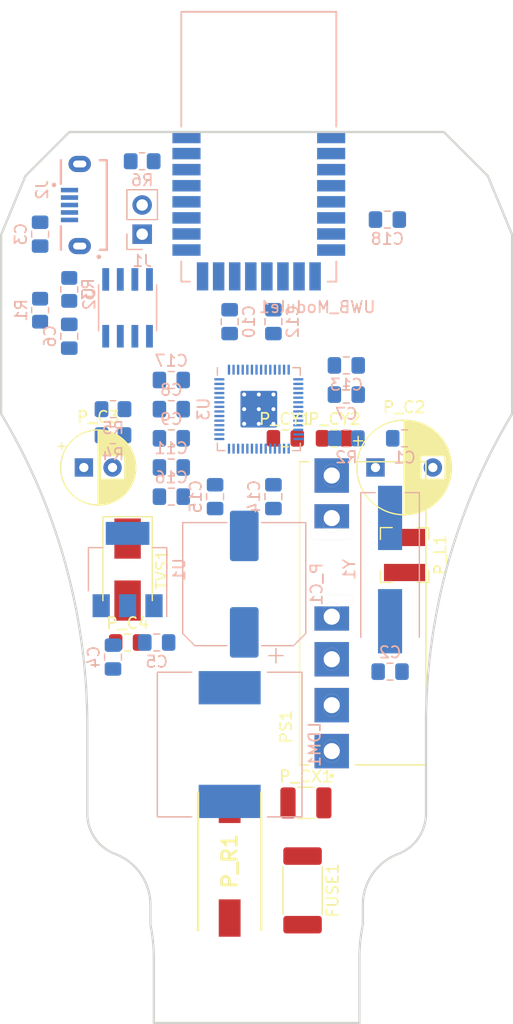
<source format=kicad_pcb>
(kicad_pcb (version 20211014) (generator pcbnew)
  (layers (0 "F.Cu" signal) (31 "B.Cu" signal) (34 "B.Paste" user) (35 "F.Paste" user) (36 "B.SilkS" user "B.Silkscreen") (37 "F.SilkS" user "F.Silkscreen") (38 "B.Mask" user) (39 "F.Mask" user) (44 "Edge.Cuts" user))
  (net 0 "")
  (net 1 "/XIN")
  (net 2 "GND")
  (net 3 "Net-(C2-Pad1)")
  (net 4 "Net-(C3-Pad2)")
  (net 5 "VBUS")
  (net 6 "+3V3")
  (net 7 "+1V1")
  (net 8 "Net-(FUSE1-Pad1)")
  (net 9 "Net-(FUSE1-Pad2)")
  (net 10 "/~{USB_BOOT}")
  (net 11 "/USB_D-")
  (net 12 "/USB_D+")
  (net 13 "Net-(J2-Pad4)")
  (net 14 "Net-(LDM1-Pad1)")
  (net 15 "Net-(LDM1-Pad2)")
  (net 16 "Net-(PS1-Pad3)")
  (net 17 "Net-(PS1-Pad4)")
  (net 18 "Net-(PS1-Pad6)")
  (net 19 "Net-(PS1-Pad2)")
  (net 20 "Net-(P_CY1-Pad1)")
  (net 21 "/QSPI_SS")
  (net 22 "/XOUT")
  (net 23 "Net-(R4-Pad2)")
  (net 24 "Net-(R5-Pad2)")
  (net 25 "IRQ_DWM1000")
  (net 26 "/QSPI_SD1")
  (net 27 "/QSPI_SD2")
  (net 28 "/QSPI_SD0")
  (net 29 "/QSPI_SCLK")
  (net 30 "/QSPI_SD3")
  (net 31 "/GPIO0")
  (net 32 "/GPIO1")
  (net 33 "/GPIO2")
  (net 34 "/GPIO3")
  (net 35 "/GPIO4")
  (net 36 "/GPIO5")
  (net 37 "/GPIO6")
  (net 38 "/GPIO7")
  (net 39 "/GPIO15")
  (net 40 "/SWCLK")
  (net 41 "/SWD")
  (net 42 "/RUN")
  (net 43 "/GPIO16")
  (net 44 "/GPIO17")
  (net 45 "/GPIO18")
  (net 46 "/GPIO19")
  (net 47 "/GPIO20")
  (net 48 "/GPIO21")
  (net 49 "/GPIO22")
  (net 50 "/GPIO23")
  (net 51 "/GPIO24")
  (net 52 "/GPIO25")
  (net 53 "/GPIO26_ADC0")
  (net 54 "/GPIO27_ADC1")
  (net 55 "/GPIO28_ADC2")
  (net 56 "/GPIO29_ADC3")
  (net 57 "Net-(UWB_Module1-Pad1)")
  (net 58 "Net-(UWB_Module1-Pad2)")
  (net 59 "RSTn_DWM1000")
  (net 60 "Net-(UWB_Module1-Pad4)")
  (net 61 "Net-(UWB_Module1-Pad9)")
  (net 62 "Net-(UWB_Module1-Pad10)")
  (net 63 "Net-(UWB_Module1-Pad11)")
  (net 64 "Net-(UWB_Module1-Pad12)")
  (net 65 "Net-(UWB_Module1-Pad13)")
  (net 66 "Net-(UWB_Module1-Pad14)")
  (net 67 "Net-(UWB_Module1-Pad15)")
  (net 68 "CS_DWM1000")
  (net 69 "MOSI")
  (net 70 "MISO")
  (net 71 "SCK")
  (net 72 "LED_DATA_L")
  (footprint "Capacitor_THT:CP_Radial_D8.0mm_P5.00mm" (layer "F.Cu") (at 157.48 88.9)
    (fp_text reference "P_C2" (at 2.5 -5.25) (layer "F.SilkS"))
    (fp_text value "470uF")
    (pad "1" thru_hole rect locked (at 0 0) (size 1.6 1.6) (drill 0.8) (layers *.Cu *.Mask) (net 18 "Net-(PS1-Pad6)"))
    (pad "2" thru_hole circle locked (at 5 0) (size 1.6 1.6) (drill 0.8) (layers *.Cu *.Mask) (net 2 "GND"))
  )
  (footprint "Capacitor_THT:CP_Radial_D6.3mm_P2.50mm" (layer "F.Cu") (at 132.08 88.9)
    (fp_text reference "P_C3" (at 1.25 -4.4) (layer "F.SilkS"))
    (fp_text value "100uF")
    (pad "1" thru_hole rect locked (at 0 0) (size 1.6 1.6) (drill 0.8) (layers *.Cu *.Mask) (net 5 "VBUS"))
    (pad "2" thru_hole circle locked (at 2.5 0) (size 1.6 1.6) (drill 0.8) (layers *.Cu *.Mask) (net 2 "GND"))
  )
  (footprint "Capacitor_SMD:C_1210_3225Metric_Pad1.33x2.70mm_HandSolder" (layer "F.Cu") (at 151.4225 118.11)
    (fp_text reference "P_CX1" (at 0 -2.3) (layer "F.SilkS"))
    (fp_text value "100nF")
    (pad "1" smd roundrect locked (at -1.5625 0) (size 1.325 2.7) (layers "F.Cu" "F.Paste" "F.Mask") (roundrect_rratio 0.188679) (net 14 "Net-(LDM1-Pad1)"))
    (pad "2" smd roundrect locked (at 1.5625 0) (size 1.325 2.7) (layers "F.Cu" "F.Paste" "F.Mask") (roundrect_rratio 0.188679) (net 19 "Net-(PS1-Pad2)"))
  )
  (footprint "Capacitor_SMD:C_0805_2012Metric_Pad1.18x1.45mm_HandSolder" (layer "F.Cu") (at 153.9025 86.36)
    (fp_text reference "P_CY2" (at 0 -1.68) (layer "F.SilkS"))
    (fp_text value "2.2nF")
    (pad "1" smd roundrect locked (at -1.0375 0) (size 1.175 1.45) (layers "F.Cu" "F.Paste" "F.Mask") (roundrect_rratio 0.212766) (net 20 "Net-(P_CY1-Pad1)"))
    (pad "2" smd roundrect locked (at 1.0375 0) (size 1.175 1.45) (layers "F.Cu" "F.Paste" "F.Mask") (roundrect_rratio 0.212766) (net 2 "GND"))
  )
  (footprint "Inductor_SMD:L_Bourns-SRN4018" (layer "F.Cu") (at 160.02 96.52 90)
    (fp_text reference "P_L1" (at 0 3.1 90) (layer "F.SilkS"))
    (fp_text value "4.7uH")
    (pad "1" smd rect locked (at -1.525 0 90) (size 1.5 3.6) (layers "F.Cu" "F.Paste" "F.Mask") (net 18 "Net-(PS1-Pad6)"))
    (pad "2" smd rect locked (at 1.525 0 90) (size 1.5 3.6) (layers "F.Cu" "F.Paste" "F.Mask") (net 5 "VBUS"))
  )
  (footprint "SMW312RJT:RESM12055X530N" (layer "F.Cu") (at 144.78 123.19 90)
    (fp_text reference "P_R1" (at 0 0 90) (layer "F.SilkS") (effects (font (size 1.27 1.27) (thickness 0.254))))
    (fp_text value "SMW312RJT" hide)
    (pad "1" smd rect locked (at -4.95 0 180) (size 1.9 3.25) (layers "F.Cu" "F.Paste" "F.Mask") (net 8 "Net-(FUSE1-Pad1)"))
    (pad "2" smd rect locked (at 4.95 0 180) (size 1.9 3.25) (layers "F.Cu" "F.Paste" "F.Mask") (net 14 "Net-(LDM1-Pad1)"))
  )
  (footprint "LS05-13B05R3:CONV_LS05-13B05R3" (layer "F.Cu") (at 153.67 101.6 90)
    (fp_text reference "PS1" (at -9.875 -3.985 90) (layer "F.SilkS"))
    (fp_text value "LS05-13B05R3")
    (fp_poly (pts (xy -1 0) (xy -0.999 -0.037) (xy -0.996 -0.073) (xy -0.991 -0.11) (xy -0.985 -0.146) (xy -0.976 -0.181) (xy -0.966 -0.216) (xy -0.954 -0.251) (xy -0.939 -0.285) (xy -0.924 -0.318) (xy -0.906 -0.35) (xy -0.887 -0.381) (xy -0.866 -0.411) (xy -0.844 -0.441) (xy -0.82 -0.468) (xy -0.795 -0.495) (xy -0.768 -0.52) (xy -0.741 -0.544) (xy -0.711 -0.566) (xy -0.681 -0.587) (xy -0.65 -0.606) (xy -0.618 -0.624) (xy -0.585 -0.639) (xy -0.551 -0.654) (xy -0.516 -0.666) (xy -0.481 -0.676) (xy -0.446 -0.685) (xy -0.41 -0.691) (xy -0.373 -0.696) (xy -0.337 -0.699) (xy -0.3 -0.7) (xy 0.6 -0.7) (xy 0.6 -1.5) (xy -1.5 -1.5) (xy -1.5 1.5) (xy 0.6 1.5) (xy 0.6 0.7) (xy -0.3 0.7) (xy -0.337 0.699) (xy -0.373 0.696) (xy -0.41 0.691) (xy -0.446 0.685) (xy -0.481 0.676) (xy -0.516 0.666) (xy -0.551 0.654) (xy -0.585 0.639) (xy -0.618 0.624) (xy -0.65 0.606) (xy -0.681 0.587) (xy -0.711 0.566) (xy -0.741 0.544) (xy -0.768 0.52) (xy -0.795 0.495) (xy -0.82 0.468) (xy -0.844 0.441) (xy -0.866 0.411) (xy -0.887 0.381) (xy -0.906 0.35) (xy -0.924 0.318) (xy -0.939 0.285) (xy -0.954 0.251) (xy -0.966 0.216) (xy -0.976 0.181) (xy -0.985 0.146) (xy -0.991 0.11) (xy -0.996 0.073) (xy -0.999 0.037) (xy -1 0)) (layer "F.Cu") (width 0.01) (fill solid))
    (fp_poly (pts (xy 9 0) (xy 8.999 0.037) (xy 8.996 0.073) (xy 8.991 0.11) (xy 8.985 0.146) (xy 8.976 0.181) (xy 8.966 0.216) (xy 8.954 0.251) (xy 8.939 0.285) (xy 8.924 0.318) (xy 8.906 0.35) (xy 8.887 0.381) (xy 8.866 0.411) (xy 8.844 0.441) (xy 8.82 0.468) (xy 8.795 0.495) (xy 8.768 0.52) (xy 8.741 0.544) (xy 8.711 0.566) (xy 8.681 0.587) (xy 8.65 0.606) (xy 8.618 0.624) (xy 8.585 0.639) (xy 8.551 0.654) (xy 8.516 0.666) (xy 8.481 0.676) (xy 8.446 0.685) (xy 8.41 0.691) (xy 8.373 0.696) (xy 8.337 0.699) (xy 8.3 0.7) (xy 7.4 0.7) (xy 7.4 1.5) (xy 9.5 1.5) (xy 9.5 -1.5) (xy 7.4 -1.5) (xy 7.4 -0.7) (xy 8.3 -0.7) (xy 8.337 -0.699) (xy 8.373 -0.696) (xy 8.41 -0.691) (xy 8.446 -0.685) (xy 8.481 -0.676) (xy 8.516 -0.666) (xy 8.551 -0.654) (xy 8.585 -0.639) (xy 8.618 -0.624) (xy 8.65 -0.606) (xy 8.681 -0.587) (xy 8.711 -0.566) (xy 8.741 -0.544) (xy 8.768 -0.52) (xy 8.795 -0.495) (xy 8.82 -0.468) (xy 8.844 -0.441) (xy 8.866 -0.411) (xy 8.887 -0.381) (xy 8.906 -0.35) (xy 8.924 -0.318) (xy 8.939 -0.285) (xy 8.954 -0.251) (xy 8.966 -0.216) (xy 8.976 -0.181) (xy 8.985 -0.146) (xy 8.991 -0.11) (xy 8.996 -0.073) (xy 8.999 -0.037) (xy 9 0)) (layer "F.Cu") (width 0.01) (fill solid))
    (fp_poly (pts (xy -1 0) (xy -0.999 -0.037) (xy -0.996 -0.073) (xy -0.991 -0.11) (xy -0.985 -0.146) (xy -0.976 -0.181) (xy -0.966 -0.216) (xy -0.954 -0.251) (xy -0.939 -0.285) (xy -0.924 -0.318) (xy -0.906 -0.35) (xy -0.887 -0.381) (xy -0.866 -0.411) (xy -0.844 -0.441) (xy -0.82 -0.468) (xy -0.795 -0.495) (xy -0.768 -0.52) (xy -0.741 -0.544) (xy -0.711 -0.566) (xy -0.681 -0.587) (xy -0.65 -0.606) (xy -0.618 -0.624) (xy -0.585 -0.639) (xy -0.551 -0.654) (xy -0.516 -0.666) (xy -0.481 -0.676) (xy -0.446 -0.685) (xy -0.41 -0.691) (xy -0.373 -0.696) (xy -0.337 -0.699) (xy -0.3 -0.7) (xy 0.6 -0.7) (xy 0.6 -1.5) (xy -1.5 -1.5) (xy -1.5 1.5) (xy 0.6 1.5) (xy 0.6 0.7) (xy -0.3 0.7) (xy -0.337 0.699) (xy -0.373 0.696) (xy -0.41 0.691) (xy -0.446 0.685) (xy -0.481 0.676) (xy -0.516 0.666) (xy -0.551 0.654) (xy -0.585 0.639) (xy -0.618 0.624) (xy -0.65 0.606) (xy -0.681 0.587) (xy -0.711 0.566) (xy -0.741 0.544) (xy -0.768 0.52) (xy -0.795 0.495) (xy -0.82 0.468) (xy -0.844 0.441) (xy -0.866 0.411) (xy -0.887 0.381) (xy -0.906 0.35) (xy -0.924 0.318) (xy -0.939 0.285) (xy -0.954 0.251) (xy -0.966 0.216) (xy -0.976 0.181) (xy -0.985 0.146) (xy -0.991 0.11) (xy -0.996 0.073) (xy -0.999 0.037) (xy -1 0)) (layer "B.Cu") (width 0.01) (fill solid))
    (fp_poly (pts (xy 9 0) (xy 8.999 0.037) (xy 8.996 0.073) (xy 8.991 0.11) (xy 8.985 0.146) (xy 8.976 0.181) (xy 8.966 0.216) (xy 8.954 0.251) (xy 8.939 0.285) (xy 8.924 0.318) (xy 8.906 0.35) (xy 8.887 0.381) (xy 8.866 0.411) (xy 8.844 0.441) (xy 8.82 0.468) (xy 8.795 0.495) (xy 8.768 0.52) (xy 8.741 0.544) (xy 8.711 0.566) (xy 8.681 0.587) (xy 8.65 0.606) (xy 8.618 0.624) (xy 8.585 0.639) (xy 8.551 0.654) (xy 8.516 0.666) (xy 8.481 0.676) (xy 8.446 0.685) (xy 8.41 0.691) (xy 8.373 0.696) (xy 8.337 0.699) (xy 8.3 0.7) (xy 7.4 0.7) (xy 7.4 1.5) (xy 9.5 1.5) (xy 9.5 -1.5) (xy 7.4 -1.5) (xy 7.4 -0.7) (xy 8.3 -0.7) (xy 8.337 -0.699) (xy 8.373 -0.696) (xy 8.41 -0.691) (xy 8.446 -0.685) (xy 8.481 -0.676) (xy 8.516 -0.666) (xy 8.551 -0.654) (xy 8.585 -0.639) (xy 8.618 -0.624) (xy 8.65 -0.606) (xy 8.681 -0.587) (xy 8.711 -0.566) (xy 8.741 -0.544) (xy 8.768 -0.52) (xy 8.795 -0.495) (xy 8.82 -0.468) (xy 8.844 -0.441) (xy 8.866 -0.411) (xy 8.887 -0.381) (xy 8.906 -0.35) (xy 8.924 -0.318) (xy 8.939 -0.285) (xy 8.954 -0.251) (xy 8.966 -0.216) (xy 8.976 -0.181) (xy 8.985 -0.146) (xy 8.991 -0.11) (xy 8.996 -0.073) (xy 8.999 -0.037) (xy 9 0)) (layer "B.Cu") (width 0.01) (fill solid))
    (fp_line (start 0.3 0.7) (end -0.3 0.7) (layer "Edge.Cuts") (width 0.01))
    (fp_line (start 12.3 0.7) (end 11.7 0.7) (layer "Edge.Cuts") (width 0.01))
    (fp_line (start 11.7 -0.7) (end 12.3 -0.7) (layer "Edge.Cuts") (width 0.01))
    (fp_line (start -3.7 0.7) (end -4.3 0.7) (layer "Edge.Cuts") (width 0.01))
    (fp_line (start -11.7 0.7) (end -12.3 0.7) (layer "Edge.Cuts") (width 0.01))
    (fp_line (start 7.4 1.365) (end 7.4 -1.365) (layer "Edge.Cuts") (width 0.01))
    (fp_line (start 1.6 1.365) (end 1.6 -1.365) (layer "Edge.Cuts") (width 0.01))
    (fp_line (start 8.3 0.7) (end 7.7 0.7) (layer "Edge.Cuts") (width 0.01))
    (fp_line (start -7.7 0.7) (end -8.3 0.7) (layer "Edge.Cuts") (width 0.01))
    (fp_line (start -0.3 -0.7) (end 0.3 -0.7) (layer "Edge.Cuts") (width 0.01))
    (fp_line (start 6.4 -1.365) (end 6.4 1.365) (layer "Edge.Cuts") (width 0.01))
    (fp_line (start 7.7 -0.7) (end 8.3 -0.7) (layer "Edge.Cuts") (width 0.01))
    (fp_line (start 0.6 -1.365) (end 0.6 1.365) (layer "Edge.Cuts") (width 0.01))
    (fp_line (start -4.3 -0.7) (end -3.7 -0.7) (layer "Edge.Cuts") (width 0.01))
    (fp_line (start -8.3 -0.7) (end -7.7 -0.7) (layer "Edge.Cuts") (width 0.01))
    (fp_line (start -12.3 -0.7) (end -11.7 -0.7) (layer "Edge.Cuts") (width 0.01))
    (fp_arc (start -11 0) (mid -11.205025 0.494975) (end -11.7 0.7) (layer "Edge.Cuts") (width 0.01))
    (fp_arc (start 6.4 -1.365) (mid 6.551447 -1.720624) (end 6.91 -1.865) (layer "Edge.Cuts") (width 0.01))
    (fp_arc (start -3 0) (mid -3.205025 0.494975) (end -3.7 0.7) (layer "Edge.Cuts") (width 0.01))
    (fp_arc (start -13 0) (mid -12.794975 -0.494975) (end -12.3 -0.7) (layer "Edge.Cuts") (width 0.01))
    (fp_arc (start 1.09 -1.865) (mid 1.448553 -1.720624) (end 1.6 -1.365) (layer "Edge.Cuts") (width 0.01))
    (fp_arc (start 7.7 0.7) (mid 7.205025 0.494975) (end 7 0) (layer "Edge.Cuts") (width 0.01))
    (fp_arc (start -12.3 0.7) (mid -12.794975 0.494975) (end -13 0) (layer "Edge.Cuts") (width 0.01))
    (fp_arc (start -7 0) (mid -7.205025 0.494975) (end -7.7 0.7) (layer "Edge.Cuts") (width 0.01))
    (fp_arc (start -1 0) (mid -0.794975 -0.494975) (end -0.3 -0.7) (layer "Edge.Cuts") (width 0.01))
    (fp_arc (start 7.4 1.365) (mid 7.258553 1.716482) (end 6.91 1.865) (layer "Edge.Cuts") (width 0.01))
    (fp_arc (start 11 0) (mid 11.205025 -0.494975) (end 11.7 -0.7) (layer "Edge.Cuts") (width 0.01))
    (fp_arc (start -0.3 0.7) (mid -0.794975 0.494975) (end -1 0) (layer "Edge.Cuts") (width 0.01))
    (fp_arc (start 1.6 1.365) (mid 1.448553 1.720624) (end 1.09 1.865) (layer "Edge.Cuts") (width 0.01))
    (fp_arc (start 8.3 -0.7) (mid 8.794975 -0.494975) (end 9 0) (layer "Edge.Cuts") (width 0.01))
    (fp_arc (start 12.3 -0.7) (mid 12.794975 -0.494975) (end 13 0) (layer "Edge.Cuts") (width 0.01))
    (fp_arc (start -9 0) (mid -8.794975 -0.494975) (end -8.3 -0.7) (layer "Edge.Cuts") (width 0.01))
    (fp_arc (start 6.91 -1.865) (mid 7.258553 -1.716482) (end 7.4 -1.365) (layer "Edge.Cuts") (width 0.01))
    (fp_arc (start -8.3 0.7) (mid -8.794975 0.494975) (end -9 0) (layer "Edge.Cuts") (width 0.01))
    (fp_arc (start 0.6 -1.365) (mid 0.741447 -1.716482) (end 1.09 -1.865) (layer "Edge.Cuts") (width 0.01))
    (fp_arc (start 13 0) (mid 12.794975 0.494975) (end 12.3 0.7) (layer "Edge.Cuts") (width 0.01))
    (fp_arc (start -4.3 0.7) (mid -4.794975 0.494975) (end -5 0) (layer "Edge.Cuts") (width 0.01))
    (fp_arc (start -5 0) (mid -4.794975 -0.494975) (end -4.3 -0.7) (layer "Edge.Cuts") (width 0.01))
    (fp_arc (start 11.7 0.7) (mid 11.205025 0.494975) (end 11 0) (layer "Edge.Cuts") (width 0.01))
    (fp_arc (start 6.91 1.865) (mid 6.551447 1.720624) (end 6.4 1.365) (layer "Edge.Cuts") (width 0.01))
    (fp_arc (start -3.7 -0.7) (mid -3.205025 -0.494975) (end -3 0) (layer "Edge.Cuts") (width 0.01))
    (fp_arc (start 9 0) (mid 8.794975 0.494975) (end 8.3 0.7) (layer "Edge.Cuts") (width 0.01))
    (fp_arc (start 1.09 1.865) (mid 0.741447 1.716482) (end 0.6 1.365) (layer "Edge.Cuts") (width 0.01))
    (fp_arc (start -11.7 -0.7) (mid -11.205025 -0.494975) (end -11 0) (layer "Edge.Cuts") (width 0.01))
    (fp_arc (start 0.3 -0.7) (mid 0.794975 -0.494975) (end 1 0) (layer "Edge.Cuts") (width 0.01))
    (fp_arc (start 7 0) (mid 7.205025 -0.494975) (end 7.7 -0.7) (layer "Edge.Cuts") (width 0.01))
    (fp_arc (start -7.7 -0.7) (mid -7.205025 -0.494975) (end -7 0) (layer "Edge.Cuts") (width 0.01))
    (fp_arc (start 1 0) (mid 0.794975 0.494975) (end 0.3 0.7) (layer "Edge.Cuts") (width 0.01))
    (pad "1" thru_hole rect locked (at -12 0 90) (size 3 3) (drill 1.4) (layers *.Cu *.Mask) (net 15 "Net-(LDM1-Pad2)"))
    (pad "2" thru_hole rect locked (at -8 0 90) (size 3 3) (drill 1.4) (layers *.Cu *.Mask) (net 19 "Net-(PS1-Pad2)"))
    (pad "3" thru_hole rect locked (at -4 0 90) (size 3 3) (drill 1.4) (layers *.Cu *.Mask) (net 16 "Net-(PS1-Pad3)"))
    (pad "4" thru_hole rect locked (at -0.29 0 90) (size 1.78 1.78) (drill 1.4) (layers *.Cu) (net 17 "Net-(PS1-Pad4)"))
    (pad "5" thru_hole rect locked (at 8.29 0 90) (size 1.78 1.78) (drill 1.4) (layers *.Cu) (net 2 "GND"))
    (pad "6" thru_hole rect locked (at 12 0 90) (size 3 3) (drill 1.4) (layers *.Cu *.Mask) (net 18 "Net-(PS1-Pad6)"))
  )
  (footprint "Diode_SMD:D_SMB_Handsoldering" (layer "F.Cu") (at 135.89 97.79 -90)
    (fp_text reference "TVS1" (at 0 -3 90) (layer "F.SilkS"))
    (fp_text value "SMBJ7.0A")
    (pad "1" smd rect locked (at -2.7 0 270) (size 3.5 2.3) (layers "F.Cu" "F.Paste" "F.Mask") (net 5 "VBUS"))
    (pad "2" smd rect locked (at 2.7 0 270) (size 3.5 2.3) (layers "F.Cu" "F.Paste" "F.Mask") (net 2 "GND"))
  )
  (footprint "Capacitor_SMD:C_0805_2012Metric_Pad1.18x1.45mm_HandSolder" (layer "F.Cu") (at 135.89 104.14)
    (fp_text reference "P_C4" (at 0 -1.68) (layer "F.SilkS"))
    (fp_text value "100nF")
    (pad "1" smd roundrect locked (at -1.0375 0) (size 1.175 1.45) (layers "F.Cu" "F.Paste" "F.Mask") (roundrect_rratio 0.212766) (net 5 "VBUS"))
    (pad "2" smd roundrect locked (at 1.0375 0) (size 1.175 1.45) (layers "F.Cu" "F.Paste" "F.Mask") (roundrect_rratio 0.212766) (net 2 "GND"))
  )
  (footprint "Fuse:Fuse_2512_6332Metric_Pad1.52x3.35mm_HandSolder" (layer "F.Cu") (at 151.13 125.73 -90)
    (fp_text reference "FUSE1" (at 0 -2.62 90) (layer "F.SilkS"))
    (fp_text value "1A/300V")
    (pad "1" smd roundrect locked (at -2.9875 0 270) (size 1.525 3.35) (layers "F.Cu" "F.Paste" "F.Mask") (roundrect_rratio 0.163934) (net 8 "Net-(FUSE1-Pad1)"))
    (pad "2" smd roundrect locked (at 2.9875 0 270) (size 1.525 3.35) (layers "F.Cu" "F.Paste" "F.Mask") (roundrect_rratio 0.163934) (net 9 "Net-(FUSE1-Pad2)"))
  )
  (footprint "Capacitor_SMD:C_0805_2012Metric_Pad1.18x1.45mm_HandSolder" (layer "F.Cu") (at 149.6275 86.36)
    (fp_text reference "P_CY1" (at 0 -1.68) (layer "F.SilkS"))
    (fp_text value "2.2nF")
    (pad "1" smd roundrect locked (at -1.0375 0) (size 1.175 1.45) (layers "F.Cu" "F.Paste" "F.Mask") (roundrect_rratio 0.212766) (net 20 "Net-(P_CY1-Pad1)"))
    (pad "2" smd roundrect locked (at 1.0375 0) (size 1.175 1.45) (layers "F.Cu" "F.Paste" "F.Mask") (roundrect_rratio 0.212766) (net 17 "Net-(PS1-Pad4)"))
  )
  (footprint "Capacitor_SMD:C_0805_2012Metric_Pad1.18x1.45mm_HandSolder" (layer "B.Cu") (at 160.02 86.36)
    (fp_text reference "C1" (at 0 1.68) (layer "B.SilkS") (effects (justify mirror)))
    (fp_text value "27pF")
    (pad "1" smd roundrect locked (at -1.0375 0) (size 1.175 1.45) (layers "B.Cu" "B.Paste" "B.Mask") (roundrect_rratio 0.212766) (net 1 "/XIN"))
    (pad "2" smd roundrect locked (at 1.0375 0) (size 1.175 1.45) (layers "B.Cu" "B.Paste" "B.Mask") (roundrect_rratio 0.212766) (net 2 "GND"))
  )
  (footprint "Capacitor_SMD:C_0805_2012Metric_Pad1.18x1.45mm_HandSolder" (layer "B.Cu") (at 134.62 105.41 -90)
    (fp_text reference "C4" (at 0 1.68 90) (layer "B.SilkS") (effects (justify mirror)))
    (fp_text value "10uF")
    (pad "1" smd roundrect locked (at -1.0375 0 270) (size 1.175 1.45) (layers "B.Cu" "B.Paste" "B.Mask") (roundrect_rratio 0.212766) (net 5 "VBUS"))
    (pad "2" smd roundrect locked (at 1.0375 0 270) (size 1.175 1.45) (layers "B.Cu" "B.Paste" "B.Mask") (roundrect_rratio 0.212766) (net 2 "GND"))
  )
  (footprint "Capacitor_SMD:C_0805_2012Metric_Pad1.18x1.45mm_HandSolder" (layer "B.Cu") (at 138.43 104.14)
    (fp_text reference "C5" (at 0 1.68) (layer "B.SilkS") (effects (justify mirror)))
    (fp_text value "10uF")
    (pad "1" smd roundrect locked (at -1.0375 0) (size 1.175 1.45) (layers "B.Cu" "B.Paste" "B.Mask") (roundrect_rratio 0.212766) (net 6 "+3V3"))
    (pad "2" smd roundrect locked (at 1.0375 0) (size 1.175 1.45) (layers "B.Cu" "B.Paste" "B.Mask") (roundrect_rratio 0.212766) (net 2 "GND"))
  )
  (footprint "Capacitor_SMD:C_0805_2012Metric_Pad1.18x1.45mm_HandSolder" (layer "B.Cu") (at 130.81 77.47 -90)
    (fp_text reference "C6" (at 0 1.68 90) (layer "B.SilkS") (effects (justify mirror)))
    (fp_text value "100nF")
    (pad "1" smd roundrect locked (at -1.0375 0 270) (size 1.175 1.45) (layers "B.Cu" "B.Paste" "B.Mask") (roundrect_rratio 0.212766) (net 6 "+3V3"))
    (pad "2" smd roundrect locked (at 1.0375 0 270) (size 1.175 1.45) (layers "B.Cu" "B.Paste" "B.Mask") (roundrect_rratio 0.212766) (net 2 "GND"))
  )
  (footprint "Capacitor_SMD:C_0805_2012Metric_Pad1.18x1.45mm_HandSolder" (layer "B.Cu") (at 154.94 82.55)
    (fp_text reference "C7" (at 0 1.68) (layer "B.SilkS") (effects (justify mirror)))
    (fp_text value "100nF")
    (pad "1" smd roundrect locked (at -1.0375 0) (size 1.175 1.45) (layers "B.Cu" "B.Paste" "B.Mask") (roundrect_rratio 0.212766) (net 7 "+1V1"))
    (pad "2" smd roundrect locked (at 1.0375 0) (size 1.175 1.45) (layers "B.Cu" "B.Paste" "B.Mask") (roundrect_rratio 0.212766) (net 2 "GND"))
  )
  (footprint "Capacitor_SMD:C_0805_2012Metric_Pad1.18x1.45mm_HandSolder" (layer "B.Cu") (at 139.7 83.82 180)
    (fp_text reference "C8" (at 0 1.68) (layer "B.SilkS") (effects (justify mirror)))
    (fp_text value "100nF")
    (pad "1" smd roundrect locked (at -1.0375 0 180) (size 1.175 1.45) (layers "B.Cu" "B.Paste" "B.Mask") (roundrect_rratio 0.212766) (net 7 "+1V1"))
    (pad "2" smd roundrect locked (at 1.0375 0 180) (size 1.175 1.45) (layers "B.Cu" "B.Paste" "B.Mask") (roundrect_rratio 0.212766) (net 2 "GND"))
  )
  (footprint "Capacitor_SMD:C_0805_2012Metric_Pad1.18x1.45mm_HandSolder" (layer "B.Cu") (at 139.7 86.36 180)
    (fp_text reference "C9" (at 0 1.68) (layer "B.SilkS") (effects (justify mirror)))
    (fp_text value "1uF")
    (pad "1" smd roundrect locked (at -1.0375 0 180) (size 1.175 1.45) (layers "B.Cu" "B.Paste" "B.Mask") (roundrect_rratio 0.212766) (net 7 "+1V1"))
    (pad "2" smd roundrect locked (at 1.0375 0 180) (size 1.175 1.45) (layers "B.Cu" "B.Paste" "B.Mask") (roundrect_rratio 0.212766) (net 2 "GND"))
  )
  (footprint "Capacitor_SMD:C_0805_2012Metric_Pad1.18x1.45mm_HandSolder" (layer "B.Cu") (at 144.78 76.2 90)
    (fp_text reference "C10" (at 0 1.68 90) (layer "B.SilkS") (effects (justify mirror)))
    (fp_text value "100nF")
    (pad "1" smd roundrect locked (at -1.0375 0 90) (size 1.175 1.45) (layers "B.Cu" "B.Paste" "B.Mask") (roundrect_rratio 0.212766) (net 6 "+3V3"))
    (pad "2" smd roundrect locked (at 1.0375 0 90) (size 1.175 1.45) (layers "B.Cu" "B.Paste" "B.Mask") (roundrect_rratio 0.212766) (net 2 "GND"))
  )
  (footprint "Capacitor_SMD:C_0805_2012Metric_Pad1.18x1.45mm_HandSolder" (layer "B.Cu") (at 139.7 88.9 180)
    (fp_text reference "C11" (at 0 1.68) (layer "B.SilkS") (effects (justify mirror)))
    (fp_text value "1uF")
    (pad "1" smd roundrect locked (at -1.0375 0 180) (size 1.175 1.45) (layers "B.Cu" "B.Paste" "B.Mask") (roundrect_rratio 0.212766) (net 6 "+3V3"))
    (pad "2" smd roundrect locked (at 1.0375 0 180) (size 1.175 1.45) (layers "B.Cu" "B.Paste" "B.Mask") (roundrect_rratio 0.212766) (net 2 "GND"))
  )
  (footprint "Capacitor_SMD:C_0805_2012Metric_Pad1.18x1.45mm_HandSolder" (layer "B.Cu") (at 148.59 76.2 90)
    (fp_text reference "C12" (at 0 1.68 90) (layer "B.SilkS") (effects (justify mirror)))
    (fp_text value "100nF")
    (pad "1" smd roundrect locked (at -1.0375 0 90) (size 1.175 1.45) (layers "B.Cu" "B.Paste" "B.Mask") (roundrect_rratio 0.212766) (net 6 "+3V3"))
    (pad "2" smd roundrect locked (at 1.0375 0 90) (size 1.175 1.45) (layers "B.Cu" "B.Paste" "B.Mask") (roundrect_rratio 0.212766) (net 2 "GND"))
  )
  (footprint "Capacitor_SMD:C_0805_2012Metric_Pad1.18x1.45mm_HandSolder" (layer "B.Cu") (at 154.94 80.01)
    (fp_text reference "C13" (at 0 1.68) (layer "B.SilkS") (effects (justify mirror)))
    (fp_text value "100nF")
    (pad "1" smd roundrect locked (at -1.0375 0) (size 1.175 1.45) (layers "B.Cu" "B.Paste" "B.Mask") (roundrect_rratio 0.212766) (net 6 "+3V3"))
    (pad "2" smd roundrect locked (at 1.0375 0) (size 1.175 1.45) (layers "B.Cu" "B.Paste" "B.Mask") (roundrect_rratio 0.212766) (net 2 "GND"))
  )
  (footprint "Capacitor_SMD:C_0805_2012Metric_Pad1.18x1.45mm_HandSolder" (layer "B.Cu") (at 148.59 91.44 -90)
    (fp_text reference "C14" (at 0 1.68 90) (layer "B.SilkS") (effects (justify mirror)))
    (fp_text value "100nF")
    (pad "1" smd roundrect locked (at -1.0375 0 270) (size 1.175 1.45) (layers "B.Cu" "B.Paste" "B.Mask") (roundrect_rratio 0.212766) (net 6 "+3V3"))
    (pad "2" smd roundrect locked (at 1.0375 0 270) (size 1.175 1.45) (layers "B.Cu" "B.Paste" "B.Mask") (roundrect_rratio 0.212766) (net 2 "GND"))
  )
  (footprint "Capacitor_SMD:C_0805_2012Metric_Pad1.18x1.45mm_HandSolder" (layer "B.Cu") (at 158.5175 67.31)
    (fp_text reference "C18" (at 0 1.68) (layer "B.SilkS") (effects (justify mirror)))
    (fp_text value "10uF")
    (pad "1" smd roundrect locked (at -1.0375 0) (size 1.175 1.45) (layers "B.Cu" "B.Paste" "B.Mask") (roundrect_rratio 0.212766) (net 6 "+3V3"))
    (pad "2" smd roundrect locked (at 1.0375 0) (size 1.175 1.45) (layers "B.Cu" "B.Paste" "B.Mask") (roundrect_rratio 0.212766) (net 2 "GND"))
  )
  (footprint "Capacitor_SMD:C_0805_2012Metric_Pad1.18x1.45mm_HandSolder" (layer "B.Cu") (at 143.51 91.44 -90)
    (fp_text reference "C15" (at 0 1.68 90) (layer "B.SilkS") (effects (justify mirror)))
    (fp_text value "100nF")
    (pad "1" smd roundrect locked (at -1.0375 0 270) (size 1.175 1.45) (layers "B.Cu" "B.Paste" "B.Mask") (roundrect_rratio 0.212766) (net 6 "+3V3"))
    (pad "2" smd roundrect locked (at 1.0375 0 270) (size 1.175 1.45) (layers "B.Cu" "B.Paste" "B.Mask") (roundrect_rratio 0.212766) (net 2 "GND"))
  )
  (footprint "Capacitor_SMD:C_0805_2012Metric_Pad1.18x1.45mm_HandSolder" (layer "B.Cu") (at 139.7 91.44 180)
    (fp_text reference "C16" (at 0 1.68) (layer "B.SilkS") (effects (justify mirror)))
    (fp_text value "100nF")
    (pad "1" smd roundrect locked (at -1.0375 0 180) (size 1.175 1.45) (layers "B.Cu" "B.Paste" "B.Mask") (roundrect_rratio 0.212766) (net 6 "+3V3"))
    (pad "2" smd roundrect locked (at 1.0375 0 180) (size 1.175 1.45) (layers "B.Cu" "B.Paste" "B.Mask") (roundrect_rratio 0.212766) (net 2 "GND"))
  )
  (footprint "Capacitor_SMD:C_0805_2012Metric_Pad1.18x1.45mm_HandSolder" (layer "B.Cu") (at 139.7 81.28 180)
    (fp_text reference "C17" (at 0 1.68) (layer "B.SilkS") (effects (justify mirror)))
    (fp_text value "100nF")
    (pad "1" smd roundrect locked (at -1.0375 0 180) (size 1.175 1.45) (layers "B.Cu" "B.Paste" "B.Mask") (roundrect_rratio 0.212766) (net 6 "+3V3"))
    (pad "2" smd roundrect locked (at 1.0375 0 180) (size 1.175 1.45) (layers "B.Cu" "B.Paste" "B.Mask") (roundrect_rratio 0.212766) (net 2 "GND"))
  )
  (footprint "Connector_PinHeader_2.54mm:PinHeader_1x02_P2.54mm_Vertical" (layer "B.Cu") (at 137.16 68.58)
    (fp_text reference "J1" (at 0 2.33) (layer "B.SilkS") (effects (justify mirror)))
    (fp_text value "Conn_01x02")
    (pad "1" thru_hole rect locked (at 0 0) (size 1.7 1.7) (drill 1) (layers *.Cu *.Mask) (net 10 "/~{USB_BOOT}"))
    (pad "2" thru_hole oval locked (at 0 -2.54) (size 1.7 1.7) (drill 1) (layers *.Cu *.Mask) (net 2 "GND"))
  )
  (footprint "USB3140-30-0140-1-C:GCT_USB3140-30-0140-1-C_REVE3" (layer "B.Cu") (at 132.08 66.04 -90)
    (fp_text reference "J2" (at -1.325 3.635 90) (layer "B.SilkS") (effects (justify mirror)))
    (fp_text value "USB_B_Micro")
    (fp_poly (pts (xy -3.575 1.335) (xy -3.612 1.334) (xy -3.648 1.331) (xy -3.685 1.326) (xy -3.721 1.32) (xy -3.756 1.311) (xy -3.791 1.301) (xy -3.826 1.289) (xy -3.86 1.274) (xy -3.893 1.259) (xy -3.925 1.241) (xy -3.956 1.222) (xy -3.986 1.201) (xy -4.016 1.179) (xy -4.043 1.155) (xy -4.07 1.13) (xy -4.095 1.103) (xy -4.119 1.076) (xy -4.141 1.046) (xy -4.162 1.016) (xy -4.181 0.985) (xy -4.199 0.953) (xy -4.214 0.92) (xy -4.229 0.886) (xy -4.241 0.851) (xy -4.251 0.816) (xy -4.26 0.781) (xy -4.266 0.745) (xy -4.271 0.708) (xy -4.274 0.672) (xy -4.275 0.635) (xy -4.275 0.085) (xy -4.274 0.048) (xy -4.271 0.012) (xy -4.266 -0.025) (xy -4.26 -0.061) (xy -4.251 -0.096) (xy -4.241 -0.131) (xy -4.229 -0.166) (xy -4.214 -0.2) (xy -4.199 -0.233) (xy -4.181 -0.265) (xy -4.162 -0.296) (xy -4.141 -0.326) (xy -4.119 -0.356) (xy -4.095 -0.383) (xy -4.07 -0.41) (xy -4.043 -0.435) (xy -4.016 -0.459) (xy -3.986 -0.481) (xy -3.956 -0.502) (xy -3.925 -0.521) (xy -3.893 -0.539) (xy -3.86 -0.554) (xy -3.826 -0.569) (xy -3.791 -0.581) (xy -3.756 -0.591) (xy -3.721 -0.6) (xy -3.685 -0.606) (xy -3.648 -0.611) (xy -3.612 -0.614) (xy -3.575 -0.615) (xy -3.538 -0.614) (xy -3.502 -0.611) (xy -3.465 -0.606) (xy -3.429 -0.6) (xy -3.394 -0.591) (xy -3.359 -0.581) (xy -3.324 -0.569) (xy -3.29 -0.554) (xy -3.257 -0.539) (xy -3.225 -0.521) (xy -3.194 -0.502) (xy -3.164 -0.481) (xy -3.134 -0.459) (xy -3.107 -0.435) (xy -3.08 -0.41) (xy -3.055 -0.383) (xy -3.031 -0.356) (xy -3.009 -0.326) (xy -2.988 -0.296) (xy -2.969 -0.265) (xy -2.951 -0.233) (xy -2.936 -0.2) (xy -2.921 -0.166) (xy -2.909 -0.131) (xy -2.899 -0.096) (xy -2.89 -0.061) (xy -2.884 -0.025) (xy -2.879 0.012) (xy -2.876 0.048) (xy -2.875 0.085) (xy -2.875 0.635) (xy -2.876 0.672) (xy -2.879 0.708) (xy -2.884 0.745) (xy -2.89 0.781) (xy -2.899 0.816) (xy -2.909 0.851) (xy -2.921 0.886) (xy -2.936 0.92) (xy -2.951 0.953) (xy -2.969 0.985) (xy -2.988 1.016) (xy -3.009 1.046) (xy -3.031 1.076) (xy -3.055 1.103) (xy -3.08 1.13) (xy -3.107 1.155) (xy -3.134 1.179) (xy -3.164 1.201) (xy -3.194 1.222) (xy -3.225 1.241) (xy -3.257 1.259) (xy -3.29 1.274) (xy -3.324 1.289) (xy -3.359 1.301) (xy -3.394 1.311) (xy -3.429 1.32) (xy -3.465 1.326) (xy -3.502 1.331) (xy -3.538 1.334) (xy -3.575 1.335)) (layer "F.Cu") (width 0.01) (fill solid))
    (fp_poly (pts (xy 3.575 1.335) (xy 3.538 1.334) (xy 3.502 1.331) (xy 3.465 1.326) (xy 3.429 1.32) (xy 3.394 1.311) (xy 3.359 1.301) (xy 3.324 1.289) (xy 3.29 1.274) (xy 3.257 1.259) (xy 3.225 1.241) (xy 3.194 1.222) (xy 3.164 1.201) (xy 3.134 1.179) (xy 3.107 1.155) (xy 3.08 1.13) (xy 3.055 1.103) (xy 3.031 1.076) (xy 3.009 1.046) (xy 2.988 1.016) (xy 2.969 0.985) (xy 2.951 0.953) (xy 2.936 0.92) (xy 2.921 0.886) (xy 2.909 0.851) (xy 2.899 0.816) (xy 2.89 0.781) (xy 2.884 0.745) (xy 2.879 0.708) (xy 2.876 0.672) (xy 2.875 0.635) (xy 2.875 0.085) (xy 2.876 0.048) (xy 2.879 0.012) (xy 2.884 -0.025) (xy 2.89 -0.061) (xy 2.899 -0.096) (xy 2.909 -0.131) (xy 2.921 -0.166) (xy 2.936 -0.2) (xy 2.951 -0.233) (xy 2.969 -0.265) (xy 2.988 -0.296) (xy 3.009 -0.326) (xy 3.031 -0.356) (xy 3.055 -0.383) (xy 3.08 -0.41) (xy 3.107 -0.435) (xy 3.134 -0.459) (xy 3.164 -0.481) (xy 3.194 -0.502) (xy 3.225 -0.521) (xy 3.257 -0.539) (xy 3.29 -0.554) (xy 3.324 -0.569) (xy 3.359 -0.581) (xy 3.394 -0.591) (xy 3.429 -0.6) (xy 3.465 -0.606) (xy 3.502 -0.611) (xy 3.538 -0.614) (xy 3.575 -0.615) (xy 3.612 -0.614) (xy 3.648 -0.611) (xy 3.685 -0.606) (xy 3.721 -0.6) (xy 3.756 -0.591) (xy 3.791 -0.581) (xy 3.826 -0.569) (xy 3.86 -0.554) (xy 3.893 -0.539) (xy 3.925 -0.521) (xy 3.956 -0.502) (xy 3.986 -0.481) (xy 4.016 -0.459) (xy 4.043 -0.435) (xy 4.07 -0.41) (xy 4.095 -0.383) (xy 4.119 -0.356) (xy 4.141 -0.326) (xy 4.162 -0.296) (xy 4.181 -0.265) (xy 4.199 -0.233) (xy 4.214 -0.2) (xy 4.229 -0.166) (xy 4.241 -0.131) (xy 4.251 -0.096) (xy 4.26 -0.061) (xy 4.266 -0.025) (xy 4.271 0.012) (xy 4.274 0.048) (xy 4.275 0.085) (xy 4.275 0.635) (xy 4.274 0.672) (xy 4.271 0.708) (xy 4.266 0.745) (xy 4.26 0.781) (xy 4.251 0.816) (xy 4.241 0.851) (xy 4.229 0.886) (xy 4.214 0.92) (xy 4.199 0.953) (xy 4.181 0.985) (xy 4.162 1.016) (xy 4.141 1.046) (xy 4.119 1.076) (xy 4.095 1.103) (xy 4.07 1.13) (xy 4.043 1.155) (xy 4.016 1.179) (xy 3.986 1.201) (xy 3.956 1.222) (xy 3.925 1.241) (xy 3.893 1.259) (xy 3.86 1.274) (xy 3.826 1.289) (xy 3.791 1.301) (xy 3.756 1.311) (xy 3.721 1.32) (xy 3.685 1.326) (xy 3.648 1.331) (xy 3.612 1.334) (xy 3.575 1.335)) (layer "F.Cu") (width 0.01) (fill solid))
    (fp_poly (pts (xy -3.575 1.335) (xy -3.612 1.334) (xy -3.648 1.331) (xy -3.685 1.326) (xy -3.721 1.32) (xy -3.756 1.311) (xy -3.791 1.301) (xy -3.826 1.289) (xy -3.86 1.274) (xy -3.893 1.259) (xy -3.925 1.241) (xy -3.956 1.222) (xy -3.986 1.201) (xy -4.016 1.179) (xy -4.043 1.155) (xy -4.07 1.13) (xy -4.095 1.103) (xy -4.119 1.076) (xy -4.141 1.046) (xy -4.162 1.016) (xy -4.181 0.985) (xy -4.199 0.953) (xy -4.214 0.92) (xy -4.229 0.886) (xy -4.241 0.851) (xy -4.251 0.816) (xy -4.26 0.781) (xy -4.266 0.745) (xy -4.271 0.708) (xy -4.274 0.672) (xy -4.275 0.635) (xy -4.275 0.085) (xy -4.274 0.048) (xy -4.271 0.012) (xy -4.266 -0.025) (xy -4.26 -0.061) (xy -4.251 -0.096) (xy -4.241 -0.131) (xy -4.229 -0.166) (xy -4.214 -0.2) (xy -4.199 -0.233) (xy -4.181 -0.265) (xy -4.162 -0.296) (xy -4.141 -0.326) (xy -4.119 -0.356) (xy -4.095 -0.383) (xy -4.07 -0.41) (xy -4.043 -0.435) (xy -4.016 -0.459) (xy -3.986 -0.481) (xy -3.956 -0.502) (xy -3.925 -0.521) (xy -3.893 -0.539) (xy -3.86 -0.554) (xy -3.826 -0.569) (xy -3.791 -0.581) (xy -3.756 -0.591) (xy -3.721 -0.6) (xy -3.685 -0.606) (xy -3.648 -0.611) (xy -3.612 -0.614) (xy -3.575 -0.615) (xy -3.538 -0.614) (xy -3.502 -0.611) (xy -3.465 -0.606) (xy -3.429 -0.6) (xy -3.394 -0.591) (xy -3.359 -0.581) (xy -3.324 -0.569) (xy -3.29 -0.554) (xy -3.257 -0.539) (xy -3.225 -0.521) (xy -3.194 -0.502) (xy -3.164 -0.481) (xy -3.134 -0.459) (xy -3.107 -0.435) (xy -3.08 -0.41) (xy -3.055 -0.383) (xy -3.031 -0.356) (xy -3.009 -0.326) (xy -2.988 -0.296) (xy -2.969 -0.265) (xy -2.951 -0.233) (xy -2.936 -0.2) (xy -2.921 -0.166) (xy -2.909 -0.131) (xy -2.899 -0.096) (xy -2.89 -0.061) (xy -2.884 -0.025) (xy -2.879 0.012) (xy -2.876 0.048) (xy -2.875 0.085) (xy -2.875 0.635) (xy -2.876 0.672) (xy -2.879 0.708) (xy -2.884 0.745) (xy -2.89 0.781) (xy -2.899 0.816) (xy -2.909 0.851) (xy -2.921 0.886) (xy -2.936 0.92) (xy -2.951 0.953) (xy -2.969 0.985) (xy -2.988 1.016) (xy -3.009 1.046) (xy -3.031 1.076) (xy -3.055 1.103) (xy -3.08 1.13) (xy -3.107 1.155) (xy -3.134 1.179) (xy -3.164 1.201) (xy -3.194 1.222) (xy -3.225 1.241) (xy -3.257 1.259) (xy -3.29 1.274) (xy -3.324 1.289) (xy -3.359 1.301) (xy -3.394 1.311) (xy -3.429 1.32) (xy -3.465 1.326) (xy -3.502 1.331) (xy -3.538 1.334) (xy -3.575 1.335)) (layer "B.Cu") (width 0.01) (fill solid))
    (fp_poly (pts (xy 3.575 1.335) (xy 3.538 1.334) (xy 3.502 1.331) (xy 3.465 1.326) (xy 3.429 1.32) (xy 3.394 1.311) (xy 3.359 1.301) (xy 3.324 1.289) (xy 3.29 1.274) (xy 3.257 1.259) (xy 3.225 1.241) (xy 3.194 1.222) (xy 3.164 1.201) (xy 3.134 1.179) (xy 3.107 1.155) (xy 3.08 1.13) (xy 3.055 1.103) (xy 3.031 1.076) (xy 3.009 1.046) (xy 2.988 1.016) (xy 2.969 0.985) (xy 2.951 0.953) (xy 2.936 0.92) (xy 2.921 0.886) (xy 2.909 0.851) (xy 2.899 0.816) (xy 2.89 0.781) (xy 2.884 0.745) (xy 2.879 0.708) (xy 2.876 0.672) (xy 2.875 0.635) (xy 2.875 0.085) (xy 2.876 0.048) (xy 2.879 0.012) (xy 2.884 -0.025) (xy 2.89 -0.061) (xy 2.899 -0.096) (xy 2.909 -0.131) (xy 2.921 -0.166) (xy 2.936 -0.2) (xy 2.951 -0.233) (xy 2.969 -0.265) (xy 2.988 -0.296) (xy 3.009 -0.326) (xy 3.031 -0.356) (xy 3.055 -0.383) (xy 3.08 -0.41) (xy 3.107 -0.435) (xy 3.134 -0.459) (xy 3.164 -0.481) (xy 3.194 -0.502) (xy 3.225 -0.521) (xy 3.257 -0.539) (xy 3.29 -0.554) (xy 3.324 -0.569) (xy 3.359 -0.581) (xy 3.394 -0.591) (xy 3.429 -0.6) (xy 3.465 -0.606) (xy 3.502 -0.611) (xy 3.538 -0.614) (xy 3.575 -0.615) (xy 3.612 -0.614) (xy 3.648 -0.611) (xy 3.685 -0.606) (xy 3.721 -0.6) (xy 3.756 -0.591) (xy 3.791 -0.581) (xy 3.826 -0.569) (xy 3.86 -0.554) (xy 3.893 -0.539) (xy 3.925 -0.521) (xy 3.956 -0.502) (xy 3.986 -0.481) (xy 4.016 -0.459) (xy 4.043 -0.435) (xy 4.07 -0.41) (xy 4.095 -0.383) (xy 4.119 -0.356) (xy 4.141 -0.326) (xy 4.162 -0.296) (xy 4.181 -0.265) (xy 4.199 -0.233) (xy 4.214 -0.2) (xy 4.229 -0.166) (xy 4.241 -0.131) (xy 4.251 -0.096) (xy 4.26 -0.061) (xy 4.266 -0.025) (xy 4.271 0.012) (xy 4.274 0.048) (xy 4.275 0.085) (xy 4.275 0.635) (xy 4.274 0.672) (xy 4.271 0.708) (xy 4.266 0.745) (xy 4.26 0.781) (xy 4.251 0.816) (xy 4.241 0.851) (xy 4.229 0.886) (xy 4.214 0.92) (xy 4.199 0.953) (xy 4.181 0.985) (xy 4.162 1.016) (xy 4.141 1.046) (xy 4.119 1.076) (xy 4.095 1.103) (xy 4.07 1.13) (xy 4.043 1.155) (xy 4.016 1.179) (xy 3.986 1.201) (xy 3.956 1.222) (xy 3.925 1.241) (xy 3.893 1.259) (xy 3.86 1.274) (xy 3.826 1.289) (xy 3.791 1.301) (xy 3.756 1.311) (xy 3.721 1.32) (xy 3.685 1.326) (xy 3.648 1.331) (xy 3.612 1.334) (xy 3.575 1.335)) (layer "B.Cu") (width 0.01) (fill solid))
    (pad "1" smd rect locked (at -1.3 1.25 270) (size 0.4 1.5) (layers "B.Cu" "B.Paste" "B.Mask") (net 5 "VBUS"))
    (pad "2" smd rect locked (at -0.65 1.25 270) (size 0.4 1.5) (layers "B.Cu" "B.Paste" "B.Mask") (net 11 "/USB_D-"))
    (pad "3" smd rect locked (at 0 1.25 270) (size 0.4 1.5) (layers "B.Cu" "B.Paste" "B.Mask") (net 12 "/USB_D+"))
    (pad "4" smd rect locked (at 0.65 1.25 270) (size 0.4 1.5) (layers "B.Cu" "B.Paste" "B.Mask") (net 13 "Net-(J2-Pad4)"))
    (pad "5" smd rect locked (at 1.3 1.25 270) (size 0.4 1.5) (layers "B.Cu" "B.Paste" "B.Mask") (net 2 "GND"))
    (pad "S1" thru_hole oval locked (at -3.575 0.36 270) (size 0.9 1.8) (drill oval 0.6 1.15) (layers *.Cu))
    (pad "S2" thru_hole oval locked (at 3.575 0.36 270) (size 0.9 1.8) (drill oval 0.6 1.15) (layers *.Cu))
  )
  (footprint "Resistor_SMD:R_0805_2012Metric_Pad1.20x1.40mm_HandSolder" (layer "B.Cu") (at 128.27 75.2 -90)
    (fp_text reference "R1" (at 0 1.65 90) (layer "B.SilkS") (effects (justify mirror)))
    (fp_text value "1K")
    (pad "1" smd roundrect locked (at -1 0 270) (size 1.2 1.4) (layers "B.Cu" "B.Paste" "B.Mask") (roundrect_rratio 0.208333) (net 21 "/QSPI_SS"))
    (pad "2" smd roundrect locked (at 1 0 270) (size 1.2 1.4) (layers "B.Cu" "B.Paste" "B.Mask") (roundrect_rratio 0.208333) (net 10 "/~{USB_BOOT}"))
  )
  (footprint "Resistor_SMD:R_0805_2012Metric_Pad1.20x1.40mm_HandSolder" (layer "B.Cu") (at 130.81 73.39 90)
    (fp_text reference "R3" (at 0 1.65 90) (layer "B.SilkS") (effects (justify mirror)))
    (fp_text value "10K")
    (pad "1" smd roundrect locked (at -1 0 90) (size 1.2 1.4) (layers "B.Cu" "B.Paste" "B.Mask") (roundrect_rratio 0.208333) (net 6 "+3V3"))
    (pad "2" smd roundrect locked (at 1 0 90) (size 1.2 1.4) (layers "B.Cu" "B.Paste" "B.Mask") (roundrect_rratio 0.208333) (net 21 "/QSPI_SS"))
  )
  (footprint "Resistor_SMD:R_0805_2012Metric_Pad1.20x1.40mm_HandSolder" (layer "B.Cu") (at 134.62 86.09)
    (fp_text reference "R4" (at 0 1.65) (layer "B.SilkS") (effects (justify mirror)))
    (fp_text value "27")
    (pad "1" smd roundrect locked (at -1 0) (size 1.2 1.4) (layers "B.Cu" "B.Paste" "B.Mask") (roundrect_rratio 0.208333) (net 12 "/USB_D+"))
    (pad "2" smd roundrect locked (at 1 0) (size 1.2 1.4) (layers "B.Cu" "B.Paste" "B.Mask") (roundrect_rratio 0.208333) (net 23 "Net-(R4-Pad2)"))
  )
  (footprint "Resistor_SMD:R_0805_2012Metric_Pad1.20x1.40mm_HandSolder" (layer "B.Cu") (at 134.62 83.82)
    (fp_text reference "R5" (at 0 1.65) (layer "B.SilkS") (effects (justify mirror)))
    (fp_text value "27")
    (pad "1" smd roundrect locked (at -1 0) (size 1.2 1.4) (layers "B.Cu" "B.Paste" "B.Mask") (roundrect_rratio 0.208333) (net 11 "/USB_D-"))
    (pad "2" smd roundrect locked (at 1 0) (size 1.2 1.4) (layers "B.Cu" "B.Paste" "B.Mask") (roundrect_rratio 0.208333) (net 24 "Net-(R5-Pad2)"))
  )
  (footprint "Resistor_SMD:R_0805_2012Metric_Pad1.20x1.40mm_HandSolder" (layer "B.Cu") (at 137.16 62.23)
    (fp_text reference "R6" (at 0 1.65) (layer "B.SilkS") (effects (justify mirror)))
    (fp_text value "330")
    (pad "1" smd roundrect locked (at -1 0) (size 1.2 1.4) (layers "B.Cu" "B.Paste" "B.Mask") (roundrect_rratio 0.208333) (net 2 "GND"))
    (pad "2" smd roundrect locked (at 1 0) (size 1.2 1.4) (layers "B.Cu" "B.Paste" "B.Mask") (roundrect_rratio 0.208333) (net 25 "IRQ_DWM1000"))
  )
  (footprint "Package_TO_SOT_SMD:SOT-223-3_TabPin2" (layer "B.Cu") (at 135.89 97.79 90)
    (fp_text reference "U1" (at 0 4.5 90) (layer "B.SilkS") (effects (justify mirror)))
    (fp_text value "NCP1117-3.3_SOT223")
    (pad "1" smd rect locked (at -3.15 2.3 90) (size 2 1.5) (layers "B.Cu" "B.Paste" "B.Mask") (net 2 "GND"))
    (pad "2" smd rect locked (at -3.15 0 90) (size 2 1.5) (layers "B.Cu" "B.Paste" "B.Mask") (net 6 "+3V3"))
    (pad "2" smd rect locked (at 3.15 0 90) (size 2 3.8) (layers "B.Cu" "B.Paste" "B.Mask") (net 6 "+3V3"))
    (pad "3" smd rect locked (at -3.15 -2.3 90) (size 2 1.5) (layers "B.Cu" "B.Paste" "B.Mask") (net 5 "VBUS"))
  )
  (footprint "W25Q40CLSNIG:SOIC127P600X175-8N" (layer "B.Cu") (at 135.89 74.995 -90)
    (fp_text reference "U2" (at -0.795 3.337 90) (layer "B.SilkS") (effects (justify mirror)))
    (fp_text value "W25Q40CLSNIG")
    (pad "1" smd roundrect locked (at -2.475 1.905 270) (size 1.97 0.6) (layers "B.Cu" "B.Paste" "B.Mask") (roundrect_rratio 0.07) (net 21 "/QSPI_SS"))
    (pad "2" smd roundrect locked (at -2.475 0.635 270) (size 1.97 0.6) (layers "B.Cu" "B.Paste" "B.Mask") (roundrect_rratio 0.07) (net 26 "/QSPI_SD1"))
    (pad "3" smd roundrect locked (at -2.475 -0.635 270) (size 1.97 0.6) (layers "B.Cu" "B.Paste" "B.Mask") (roundrect_rratio 0.07) (net 27 "/QSPI_SD2"))
    (pad "4" smd roundrect locked (at -2.475 -1.905 270) (size 1.97 0.6) (layers "B.Cu" "B.Paste" "B.Mask") (roundrect_rratio 0.07) (net 2 "GND"))
    (pad "5" smd roundrect locked (at 2.475 -1.905 270) (size 1.97 0.6) (layers "B.Cu" "B.Paste" "B.Mask") (roundrect_rratio 0.07) (net 28 "/QSPI_SD0"))
    (pad "6" smd roundrect locked (at 2.475 -0.635 270) (size 1.97 0.6) (layers "B.Cu" "B.Paste" "B.Mask") (roundrect_rratio 0.07) (net 29 "/QSPI_SCLK"))
    (pad "7" smd roundrect locked (at 2.475 0.635 270) (size 1.97 0.6) (layers "B.Cu" "B.Paste" "B.Mask") (roundrect_rratio 0.07) (net 30 "/QSPI_SD3"))
    (pad "8" smd roundrect locked (at 2.475 1.905 270) (size 1.97 0.6) (layers "B.Cu" "B.Paste" "B.Mask") (roundrect_rratio 0.07) (net 6 "+3V3"))
  )
  (footprint "RP2040:RP2040-QFN-56" (layer "B.Cu") (at 147.32 83.82 -90)
    (fp_text reference "U3" (at 0 4.82 90) (layer "B.SilkS") (effects (justify mirror)))
    (fp_text value "RP2040")
    (pad "1" smd roundrect locked (at -3.4375 2.6 270) (size 0.875 0.2) (layers "B.Cu" "B.Paste" "B.Mask") (net 6 "+3V3"))
    (pad "2" smd roundrect locked (at -3.4375 2.2 270) (size 0.875 0.2) (layers "B.Cu" "B.Paste" "B.Mask") (net 31 "/GPIO0"))
    (pad "3" smd roundrect locked (at -3.4375 1.8 270) (size 0.875 0.2) (layers "B.Cu" "B.Paste" "B.Mask") (net 32 "/GPIO1"))
    (pad "4" smd roundrect locked (at -3.4375 1.4 270) (size 0.875 0.2) (layers "B.Cu" "B.Paste" "B.Mask") (net 33 "/GPIO2"))
    (pad "5" smd roundrect locked (at -3.4375 1 270) (size 0.875 0.2) (layers "B.Cu" "B.Paste" "B.Mask") (net 34 "/GPIO3"))
    (pad "6" smd roundrect locked (at -3.4375 0.6 270) (size 0.875 0.2) (layers "B.Cu" "B.Paste" "B.Mask") (net 35 "/GPIO4"))
    (pad "7" smd roundrect locked (at -3.4375 0.2 270) (size 0.875 0.2) (layers "B.Cu" "B.Paste" "B.Mask") (net 36 "/GPIO5"))
    (pad "8" smd roundrect locked (at -3.4375 -0.2 270) (size 0.875 0.2) (layers "B.Cu" "B.Paste" "B.Mask") (net 37 "/GPIO6"))
    (pad "9" smd roundrect locked (at -3.4375 -0.6 270) (size 0.875 0.2) (layers "B.Cu" "B.Paste" "B.Mask") (net 38 "/GPIO7"))
    (pad "10" smd roundrect locked (at -3.4375 -1 270) (size 0.875 0.2) (layers "B.Cu" "B.Paste" "B.Mask") (net 6 "+3V3"))
    (pad "11" smd roundrect locked (at -3.4375 -1.4 270) (size 0.875 0.2) (layers "B.Cu" "B.Paste" "B.Mask") (net 70 "MISO"))
    (pad "12" smd roundrect locked (at -3.4375 -1.8 270) (size 0.875 0.2) (layers "B.Cu" "B.Paste" "B.Mask") (net 68 "CS_DWM1000"))
    (pad "13" smd roundrect locked (at -3.4375 -2.2 270) (size 0.875 0.2) (layers "B.Cu" "B.Paste" "B.Mask") (net 71 "SCK"))
    (pad "14" smd roundrect locked (at -3.4375 -2.6 270) (size 0.875 0.2) (layers "B.Cu" "B.Paste" "B.Mask") (net 69 "MOSI"))
    (pad "15" smd roundrect locked (at -2.6 -3.4375 270) (size 0.2 0.875) (layers "B.Cu" "B.Paste" "B.Mask") (net 25 "IRQ_DWM1000"))
    (pad "16" smd roundrect locked (at -2.2 -3.4375 270) (size 0.2 0.875) (layers "B.Cu" "B.Paste" "B.Mask") (net 59 "RSTn_DWM1000"))
    (pad "17" smd roundrect locked (at -1.8 -3.4375 270) (size 0.2 0.875) (layers "B.Cu" "B.Paste" "B.Mask") (net 72 "LED_DATA_L"))
    (pad "18" smd roundrect locked (at -1.4 -3.4375 270) (size 0.2 0.875) (layers "B.Cu" "B.Paste" "B.Mask") (net 39 "/GPIO15"))
    (pad "19" smd roundrect locked (at -1 -3.4375 270) (size 0.2 0.875) (layers "B.Cu" "B.Paste" "B.Mask") (net 2 "GND"))
    (pad "20" smd roundrect locked (at -0.6 -3.4375 270) (size 0.2 0.875) (layers "B.Cu" "B.Paste" "B.Mask") (net 1 "/XIN"))
    (pad "21" smd roundrect locked (at -0.2 -3.4375 270) (size 0.2 0.875) (layers "B.Cu" "B.Paste" "B.Mask") (net 22 "/XOUT"))
    (pad "22" smd roundrect locked (at 0.2 -3.4375 270) (size 0.2 0.875) (layers "B.Cu" "B.Paste" "B.Mask") (net 6 "+3V3"))
    (pad "23" smd roundrect locked (at 0.6 -3.4375 270) (size 0.2 0.875) (layers "B.Cu" "B.Paste" "B.Mask") (net 7 "+1V1"))
    (pad "24" smd roundrect locked (at 1 -3.4375 270) (size 0.2 0.875) (layers "B.Cu" "B.Paste" "B.Mask") (net 40 "/SWCLK"))
    (pad "25" smd roundrect locked (at 1.4 -3.4375 270) (size 0.2 0.875) (layers "B.Cu" "B.Paste" "B.Mask") (net 41 "/SWD"))
    (pad "26" smd roundrect locked (at 1.8 -3.4375 270) (size 0.2 0.875) (layers "B.Cu" "B.Paste" "B.Mask") (net 42 "/RUN"))
    (pad "27" smd roundrect locked (at 2.2 -3.4375 270) (size 0.2 0.875) (layers "B.Cu" "B.Paste" "B.Mask") (net 43 "/GPIO16"))
    (pad "28" smd roundrect locked (at 2.6 -3.4375 270) (size 0.2 0.875) (layers "B.Cu" "B.Paste" "B.Mask") (net 44 "/GPIO17"))
    (pad "29" smd roundrect locked (at 3.4375 -2.6 270) (size 0.875 0.2) (layers "B.Cu" "B.Paste" "B.Mask") (net 45 "/GPIO18"))
    (pad "30" smd roundrect locked (at 3.4375 -2.2 270) (size 0.875 0.2) (layers "B.Cu" "B.Paste" "B.Mask") (net 46 "/GPIO19"))
    (pad "31" smd roundrect locked (at 3.4375 -1.8 270) (size 0.875 0.2) (layers "B.Cu" "B.Paste" "B.Mask") (net 47 "/GPIO20"))
    (pad "32" smd roundrect locked (at 3.4375 -1.4 270) (size 0.875 0.2) (layers "B.Cu" "B.Paste" "B.Mask") (net 48 "/GPIO21"))
    (pad "33" smd roundrect locked (at 3.4375 -1 270) (size 0.875 0.2) (layers "B.Cu" "B.Paste" "B.Mask") (net 6 "+3V3"))
    (pad "34" smd roundrect locked (at 3.4375 -0.6 270) (size 0.875 0.2) (layers "B.Cu" "B.Paste" "B.Mask") (net 49 "/GPIO22"))
    (pad "35" smd roundrect locked (at 3.4375 -0.2 270) (size 0.875 0.2) (layers "B.Cu" "B.Paste" "B.Mask") (net 50 "/GPIO23"))
    (pad "36" smd roundrect locked (at 3.4375 0.2 270) (size 0.875 0.2) (layers "B.Cu" "B.Paste" "B.Mask") (net 51 "/GPIO24"))
    (pad "37" smd roundrect locked (at 3.4375 0.6 270) (size 0.875 0.2) (layers "B.Cu" "B.Paste" "B.Mask") (net 52 "/GPIO25"))
    (pad "38" smd roundrect locked (at 3.4375 1 270) (size 0.875 0.2) (layers "B.Cu" "B.Paste" "B.Mask") (net 53 "/GPIO26_ADC0"))
    (pad "39" smd roundrect locked (at 3.4375 1.4 270) (size 0.875 0.2) (layers "B.Cu" "B.Paste" "B.Mask") (net 54 "/GPIO27_ADC1"))
    (pad "40" smd roundrect locked (at 3.4375 1.8 270) (size 0.875 0.2) (layers "B.Cu" "B.Paste" "B.Mask") (net 55 "/GPIO28_ADC2"))
    (pad "41" smd roundrect locked (at 3.4375 2.2 270) (size 0.875 0.2) (layers "B.Cu" "B.Paste" "B.Mask") (net 56 "/GPIO29_ADC3"))
    (pad "42" smd roundrect locked (at 3.4375 2.6 270) (size 0.875 0.2) (layers "B.Cu" "B.Paste" "B.Mask") (net 6 "+3V3"))
    (pad "43" smd roundrect locked (at 2.6 3.4375 270) (size 0.2 0.875) (layers "B.Cu" "B.Paste" "B.Mask") (net 6 "+3V3"))
    (pad "44" smd roundrect locked (at 2.2 3.4375 270) (size 0.2 0.875) (layers "B.Cu" "B.Paste" "B.Mask") (net 6 "+3V3"))
    (pad "45" smd roundrect locked (at 1.8 3.4375 270) (size 0.2 0.875) (layers "B.Cu" "B.Paste" "B.Mask") (net 7 "+1V1"))
    (pad "46" smd roundrect locked (at 1.4 3.4375 270) (size 0.2 0.875) (layers "B.Cu" "B.Paste" "B.Mask") (net 24 "Net-(R5-Pad2)"))
    (pad "47" smd roundrect locked (at 1 3.4375 270) (size 0.2 0.875) (layers "B.Cu" "B.Paste" "B.Mask") (net 23 "Net-(R4-Pad2)"))
    (pad "48" smd roundrect locked (at 0.6 3.4375 270) (size 0.2 0.875) (layers "B.Cu" "B.Paste" "B.Mask") (net 6 "+3V3"))
    (pad "49" smd roundrect locked (at 0.2 3.4375 270) (size 0.2 0.875) (layers "B.Cu" "B.Paste" "B.Mask") (net 6 "+3V3"))
    (pad "50" smd roundrect locked (at -0.2 3.4375 270) (size 0.2 0.875) (layers "B.Cu" "B.Paste" "B.Mask") (net 7 "+1V1"))
    (pad "51" smd roundrect locked (at -0.6 3.4375 270) (size 0.2 0.875) (layers "B.Cu" "B.Paste" "B.Mask") (net 30 "/QSPI_SD3"))
    (pad "52" smd roundrect locked (at -1 3.4375 270) (size 0.2 0.875) (layers "B.Cu" "B.Paste" "B.Mask") (net 29 "/QSPI_SCLK"))
    (pad "53" smd roundrect locked (at -1.4 3.4375 270) (size 0.2 0.875) (layers "B.Cu" "B.Paste" "B.Mask") (net 28 "/QSPI_SD0"))
    (pad "54" smd roundrect locked (at -1.8 3.4375 270) (size 0.2 0.875) (layers "B.Cu" "B.Paste" "B.Mask") (net 27 "/QSPI_SD2"))
    (pad "55" smd roundrect locked (at -2.2 3.4375 270) (size 0.2 0.875) (layers "B.Cu" "B.Paste" "B.Mask") (net 26 "/QSPI_SD1"))
    (pad "56" smd roundrect locked (at -2.6 3.4375 270) (size 0.2 0.875) (layers "B.Cu" "B.Paste" "B.Mask") (net 21 "/QSPI_SS"))
    (pad "57" thru_hole circle locked (at 0 1.275 270) (size 0.6 0.6) (drill 0.35) (layers *.Cu) (net 2 "GND"))
    (pad "57" thru_hole circle locked (at 1.275 -1.275 270) (size 0.6 0.6) (drill 0.35) (layers *.Cu) (net 2 "GND"))
    (pad "57" thru_hole circle locked (at 0 -1.275 270) (size 0.6 0.6) (drill 0.35) (layers *.Cu) (net 2 "GND"))
    (pad "57" smd roundrect locked (at 0 0 270) (size 3.2 3.2) (layers "B.Cu" "B.Mask") (roundrect_rratio 0.045) (net 2 "GND"))
    (pad "57" thru_hole circle locked (at -1.275 1.275 270) (size 0.6 0.6) (drill 0.35) (layers *.Cu) (net 2 "GND"))
    (pad "57" thru_hole circle locked (at 1.275 0 270) (size 0.6 0.6) (drill 0.35) (layers *.Cu) (net 2 "GND"))
    (pad "57" thru_hole circle locked (at -1.275 0 270) (size 0.6 0.6) (drill 0.35) (layers *.Cu) (net 2 "GND"))
    (pad "57" thru_hole circle locked (at 0 0 270) (size 0.6 0.6) (drill 0.35) (layers *.Cu) (net 2 "GND"))
    (pad "57" thru_hole circle locked (at 1.275 1.275 270) (size 0.6 0.6) (drill 0.35) (layers *.Cu) (net 2 "GND"))
    (pad "57" thru_hole circle locked (at -1.275 -1.275 270) (size 0.6 0.6) (drill 0.35) (layers *.Cu) (net 2 "GND"))
  )
  (footprint "RF_Module:DWM1000" (layer "B.Cu") (at 147.32 60.96 180)
    (fp_text reference "UWB_Module1" (at -5.08 -13.97) (layer "B.SilkS") (effects (justify mirror)))
    (fp_text value "DWM1000")
    (pad "1" smd rect locked (at -6.3 0.7988 90) (size 1 2.45) (layers "B.Cu" "B.Paste" "B.Mask") (net 57 "Net-(UWB_Module1-Pad1)"))
    (pad "2" smd rect locked (at -6.3 -0.6012 90) (size 1 2.45) (layers "B.Cu" "B.Paste" "B.Mask") (net 58 "Net-(UWB_Module1-Pad2)"))
    (pad "3" smd rect locked (at -6.3 -2.0012 90) (size 1 2.45) (layers "B.Cu" "B.Paste" "B.Mask") (net 59 "RSTn_DWM1000"))
    (pad "4" smd rect locked (at -6.3 -3.4012 90) (size 1 2.45) (layers "B.Cu" "B.Paste" "B.Mask") (net 60 "Net-(UWB_Module1-Pad4)"))
    (pad "5" smd rect locked (at -6.3 -4.8012 90) (size 1 2.45) (layers "B.Cu" "B.Paste" "B.Mask") (net 6 "+3V3"))
    (pad "6" smd rect locked (at -6.3 -6.2012 90) (size 1 2.45) (layers "B.Cu" "B.Paste" "B.Mask") (net 6 "+3V3"))
    (pad "7" smd rect locked (at -6.3 -7.6012 90) (size 1 2.45) (layers "B.Cu" "B.Paste" "B.Mask") (net 6 "+3V3"))
    (pad "8" smd rect locked (at -6.3 -9.0012 90) (size 1 2.45) (layers "B.Cu" "B.Paste" "B.Mask") (net 2 "GND"))
    (pad "9" smd rect locked (at -4.9 -11.2962 180) (size 1 2.45) (layers "B.Cu" "B.Paste" "B.Mask") (net 61 "Net-(UWB_Module1-Pad9)"))
    (pad "10" smd rect locked (at -3.5 -11.2962 180) (size 1 2.45) (layers "B.Cu" "B.Paste" "B.Mask") (net 62 "Net-(UWB_Module1-Pad10)"))
    (pad "11" smd rect locked (at -2.1 -11.2962 180) (size 1 2.45) (layers "B.Cu" "B.Paste" "B.Mask") (net 63 "Net-(UWB_Module1-Pad11)"))
    (pad "12" smd rect locked (at -0.7 -11.2962 180) (size 1 2.45) (layers "B.Cu" "B.Paste" "B.Mask") (net 64 "Net-(UWB_Module1-Pad12)"))
    (pad "13" smd rect locked (at 0.7 -11.2962 180) (size 1 2.45) (layers "B.Cu" "B.Paste" "B.Mask") (net 65 "Net-(UWB_Module1-Pad13)"))
    (pad "14" smd rect locked (at 2.1 -11.2962 180) (size 1 2.45) (layers "B.Cu" "B.Paste" "B.Mask") (net 66 "Net-(UWB_Module1-Pad14)"))
    (pad "15" smd rect locked (at 3.5 -11.2962 180) (size 1 2.45) (layers "B.Cu" "B.Paste" "B.Mask") (net 67 "Net-(UWB_Module1-Pad15)"))
    (pad "16" smd rect locked (at 4.9 -11.2962 180) (size 1 2.45) (layers "B.Cu" "B.Paste" "B.Mask") (net 2 "GND"))
    (pad "17" smd rect locked (at 6.3 -9 90) (size 1 2.45) (layers "B.Cu" "B.Paste" "B.Mask") (net 68 "CS_DWM1000"))
    (pad "18" smd rect locked (at 6.3 -7.6 90) (size 1 2.45) (layers "B.Cu" "B.Paste" "B.Mask") (net 69 "MOSI"))
    (pad "19" smd rect locked (at 6.3 -6.2012 90) (size 1 2.45) (layers "B.Cu" "B.Paste" "B.Mask") (net 70 "MISO"))
    (pad "20" smd rect locked (at 6.3 -4.8012 90) (size 1 2.45) (layers "B.Cu" "B.Paste" "B.Mask") (net 71 "SCK"))
    (pad "21" smd rect locked (at 6.3 -3.4012 90) (size 1 2.45) (layers "B.Cu" "B.Paste" "B.Mask") (net 2 "GND"))
    (pad "22" smd rect locked (at 6.3 -2.0012 90) (size 1 2.45) (layers "B.Cu" "B.Paste" "B.Mask") (net 25 "IRQ_DWM1000"))
    (pad "23" smd rect locked (at 6.3 -0.6012 90) (size 1 2.45) (layers "B.Cu" "B.Paste" "B.Mask") (net 2 "GND"))
    (pad "24" smd rect locked (at 6.3 0.7988 90) (size 1 2.45) (layers "B.Cu" "B.Paste" "B.Mask") (net 2 "GND"))
  )
  (footprint "RP2040:Crystal_SMD_HC49-US" (layer "B.Cu") (at 158.75 97.79 -90)
    (fp_text reference "Y1" (at 0 3.55 90) (layer "B.SilkS") (effects (justify mirror)))
    (fp_text value "ABLS-12.000MHZ-B4-T")
    (pad "1" smd rect locked (at -4.5 0 270) (size 5.6 2.1) (layers "B.Cu" "B.Paste" "B.Mask") (net 1 "/XIN"))
    (pad "2" smd rect locked (at 4.5 0 270) (size 5.6 2.1) (layers "B.Cu" "B.Paste" "B.Mask") (net 3 "Net-(C2-Pad1)"))
  )
  (footprint "Capacitor_SMD:C_0805_2012Metric_Pad1.18x1.45mm_HandSolder" (layer "B.Cu") (at 128.27 68.58 -90)
    (fp_text reference "C3" (at 0 1.68 90) (layer "B.SilkS") (effects (justify mirror)))
    (fp_text value "0.47uF")
    (pad "1" smd roundrect locked (at -1.0375 0 270) (size 1.175 1.45) (layers "B.Cu" "B.Paste" "B.Mask") (roundrect_rratio 0.212766) (net 2 "GND"))
    (pad "2" smd roundrect locked (at 1.0375 0 270) (size 1.175 1.45) (layers "B.Cu" "B.Paste" "B.Mask") (roundrect_rratio 0.212766) (net 4 "Net-(C3-Pad2)"))
  )
  (footprint "Inductor_SMD:L_12x12mm_H8mm" (layer "B.Cu") (at 144.78 113.03 90)
    (fp_text reference "LDM1" (at 0 7.4 90) (layer "B.SilkS") (effects (justify mirror)))
    (fp_text value "1.2mH")
    (pad "1" smd rect locked (at -4.95 0 90) (size 2.9 5.4) (layers "B.Cu" "B.Paste" "B.Mask") (net 14 "Net-(LDM1-Pad1)"))
    (pad "2" smd rect locked (at 4.95 0 90) (size 2.9 5.4) (layers "B.Cu" "B.Paste" "B.Mask") (net 15 "Net-(LDM1-Pad2)"))
  )
  (footprint "Capacitor_SMD:CP_Elec_10x14.3" (layer "B.Cu") (at 146.05 99.06 90)
    (fp_text reference "P_C1" (at 0 6.3 270) (layer "B.SilkS") (effects (justify mirror)))
    (fp_text value "10uF")
    (pad "1" smd roundrect locked (at -4.2 0 90) (size 4.4 2.5) (layers "B.Cu" "B.Paste" "B.Mask") (roundrect_rratio 0.1) (net 16 "Net-(PS1-Pad3)"))
    (pad "2" smd roundrect locked (at 4.2 0 90) (size 4.4 2.5) (layers "B.Cu" "B.Paste" "B.Mask") (roundrect_rratio 0.1) (net 17 "Net-(PS1-Pad4)"))
  )
  (footprint "Capacitor_SMD:C_0805_2012Metric_Pad1.18x1.45mm_HandSolder" (layer "B.Cu") (at 158.75 106.68 180)
    (fp_text reference "C2" (at 0 1.68) (layer "B.SilkS") (effects (justify mirror)))
    (fp_text value "27pF")
    (pad "1" smd roundrect locked (at -1.0375 0 180) (size 1.175 1.45) (layers "B.Cu" "B.Paste" "B.Mask") (roundrect_rratio 0.212766) (net 3 "Net-(C2-Pad1)"))
    (pad "2" smd roundrect locked (at 1.0375 0 180) (size 1.175 1.45) (layers "B.Cu" "B.Paste" "B.Mask") (roundrect_rratio 0.212766) (net 2 "GND"))
  )
  (footprint "Resistor_SMD:R_0805_2012Metric_Pad1.20x1.40mm_HandSolder" (layer "B.Cu") (at 154.94 86.36)
    (fp_text reference "R2" (at 0 1.65) (layer "B.SilkS") (effects (justify mirror)))
    (fp_text value "10K")
    (pad "1" smd roundrect locked (at -1 0) (size 1.2 1.4) (layers "B.Cu" "B.Paste" "B.Mask") (roundrect_rratio 0.208333) (net 22 "/XOUT"))
    (pad "2" smd roundrect locked (at 1 0) (size 1.2 1.4) (layers "B.Cu" "B.Paste" "B.Mask") (roundrect_rratio 0.208333) (net 3 "Net-(C2-Pad1)"))
  )
  (gr_arc (start 124.878656 84.22885) (mid 130.469085 97.275143) (end 132.378646 111.339716) (layer "Edge.Cuts") (width 0.2))
  (gr_line (start 163.435489 59.678176) (end 130.821827 59.678176) (layer "Edge.Cuts") (width 0.2))
  (gr_arc (start 161.87867 111.339716) (mid 163.788231 97.275143) (end 169.37866 84.22885) (layer "Edge.Cuts") (width 0.2))
  (gr_arc (start 156.378659 127.000593) (mid 157.221889 124.298808) (end 159.452194 122.556275) (layer "Edge.Cuts") (width 0.2))
  (gr_line (start 127 63.5) (end 124.878675 68.621319) (layer "Edge.Cuts") (width 0.2))
  (gr_line (start 169.378642 68.621319) (end 167.257317 63.5) (layer "Edge.Cuts") (width 0.2))
  (gr_arc (start 137.878658 128.707322) (mid 138.103466 130.179604) (end 138.178658 131.667052) (layer "Edge.Cuts") (width 0.2))
  (gr_line (start 137.878658 127.000593) (end 137.878658 128.707322) (layer "Edge.Cuts") (width 0.2))
  (gr_arc (start 156.078658 131.667052) (mid 156.15385 130.179604) (end 156.378658 128.707322) (layer "Edge.Cuts") (width 0.2))
  (gr_line (start 156.378658 128.707322) (end 156.378658 127.000593) (layer "Edge.Cuts") (width 0.2))
  (gr_line (start 130.821827 59.678176) (end 127 63.5) (layer "Edge.Cuts") (width 0.2))
  (gr_line (start 156.078658 137.278176) (end 156.078658 131.667052) (layer "Edge.Cuts") (width 0.2))
  (gr_line (start 167.257317 63.5) (end 163.435489 59.678176) (layer "Edge.Cuts") (width 0.2))
  (gr_arc (start 134.805122 122.556275) (mid 133.044354 121.180591) (end 132.378646 119.047602) (layer "Edge.Cuts") (width 0.2))
  (gr_line (start 132.378646 111.339716) (end 132.378646 119.047602) (layer "Edge.Cuts") (width 0.2))
  (gr_line (start 161.87867 111.339716) (end 161.87867 119.047602) (layer "Edge.Cuts") (width 0.2))
  (gr_arc (start 161.87867 119.047602) (mid 161.212962 121.180591) (end 159.452194 122.556275) (layer "Edge.Cuts") (width 0.2))
  (gr_line (start 138.178658 131.667052) (end 138.178658 137.278176) (layer "Edge.Cuts") (width 0.2))
  (gr_arc (start 134.805122 122.556274) (mid 137.035428 124.298807) (end 137.878658 127.000593) (layer "Edge.Cuts") (width 0.2))
  (gr_line (start 169.37866 84.22885) (end 169.378642 68.621319) (layer "Edge.Cuts") (width 0.2))
  (gr_line (start 124.878675 68.621319) (end 124.878657 84.22885) (layer "Edge.Cuts") (width 0.2))
  (gr_line (start 156.078658 137.278176) (end 138.178658 137.278176) (layer "Edge.Cuts") (width 0.2))
)
</source>
